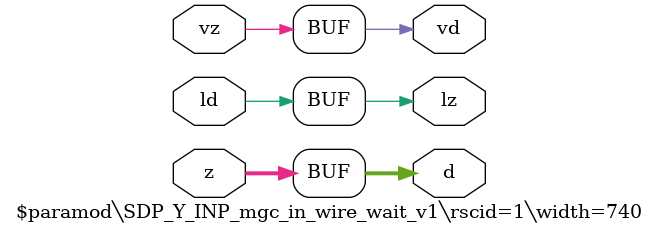
<source format=v>
module \$paramod\SDP_Y_INP_mgc_in_wire_wait_v1\rscid=1\width=740 (ld, vd, d, lz, vz, z);
  (* src = "./vmod/nvdla/sdp/NV_NVDLA_SDP_CORE_Y_inp.v:14" *)
  output [739:0] d;
  (* src = "./vmod/nvdla/sdp/NV_NVDLA_SDP_CORE_Y_inp.v:12" *)
  input ld;
  (* src = "./vmod/nvdla/sdp/NV_NVDLA_SDP_CORE_Y_inp.v:15" *)
  output lz;
  (* src = "./vmod/nvdla/sdp/NV_NVDLA_SDP_CORE_Y_inp.v:13" *)
  output vd;
  (* src = "./vmod/nvdla/sdp/NV_NVDLA_SDP_CORE_Y_inp.v:16" *)
  input vz;
  (* src = "./vmod/nvdla/sdp/NV_NVDLA_SDP_CORE_Y_inp.v:17" *)
  input [739:0] z;
  assign d = z;
  assign lz = ld;
  assign vd = vz;
endmodule

</source>
